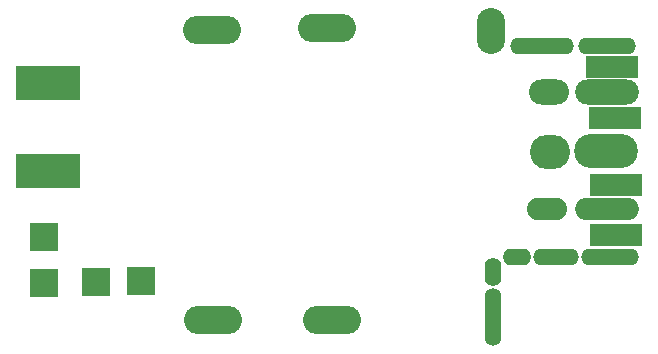
<source format=gbr>
G04 #@! TF.FileFunction,Soldermask,Bot*
%FSLAX46Y46*%
G04 Gerber Fmt 4.6, Leading zero omitted, Abs format (unit mm)*
G04 Created by KiCad (PCBNEW 4.0.7) date 04/28/20 20:56:53*
%MOMM*%
%LPD*%
G01*
G04 APERTURE LIST*
%ADD10C,0.100000*%
%ADD11O,4.900000X2.400000*%
%ADD12R,4.400000X1.900000*%
%ADD13R,2.400000X2.400000*%
%ADD14R,5.480000X2.900000*%
%ADD15O,5.400000X2.900000*%
%ADD16O,5.400000X2.150000*%
%ADD17O,4.900000X1.400000*%
%ADD18O,1.400000X2.400000*%
%ADD19O,5.400000X1.900000*%
%ADD20O,5.400000X1.400000*%
%ADD21O,1.400000X4.900000*%
%ADD22O,2.400000X1.400000*%
%ADD23O,2.400000X3.900000*%
%ADD24O,3.400000X2.150000*%
%ADD25O,3.400000X2.900000*%
%ADD26O,3.400000X1.900000*%
%ADD27O,3.900000X1.400000*%
G04 APERTURE END LIST*
D10*
D11*
X91750000Y-104700000D03*
X81700000Y-104650000D03*
X91300000Y-80000000D03*
X81600000Y-80100000D03*
D12*
X115775000Y-97475000D03*
X115824000Y-93218000D03*
D13*
X71800000Y-101425000D03*
X75600000Y-101400000D03*
X67400000Y-97650000D03*
X67375000Y-101550000D03*
D14*
X67710000Y-84600000D03*
X67710000Y-92100000D03*
D12*
X115500000Y-83300000D03*
X115700000Y-87600000D03*
D15*
X114950000Y-90400000D03*
D16*
X115000000Y-85400000D03*
D17*
X115000000Y-81500000D03*
D18*
X105410000Y-100584000D03*
D19*
X115000000Y-95300000D03*
D20*
X109500000Y-81500000D03*
D17*
X115316000Y-99314000D03*
D21*
X105410000Y-104394000D03*
D22*
X107442000Y-99314000D03*
D23*
X105200000Y-80200000D03*
D24*
X110150000Y-85350000D03*
D25*
X110170000Y-90440000D03*
D26*
X109982000Y-95250000D03*
D27*
X110744000Y-99314000D03*
M02*

</source>
